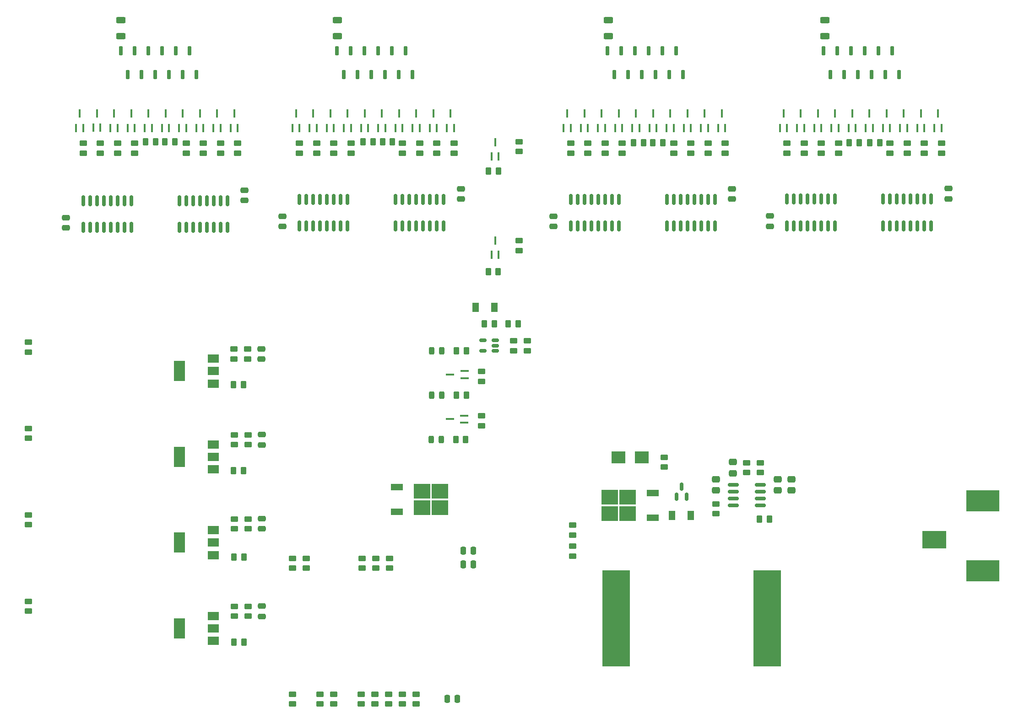
<source format=gbr>
%TF.GenerationSoftware,KiCad,Pcbnew,(6.0.1-0)*%
%TF.CreationDate,2022-02-14T11:55:45-05:00*%
%TF.ProjectId,nixie-tube-clock,6e697869-652d-4747-9562-652d636c6f63,rev?*%
%TF.SameCoordinates,Original*%
%TF.FileFunction,Paste,Bot*%
%TF.FilePolarity,Positive*%
%FSLAX46Y46*%
G04 Gerber Fmt 4.6, Leading zero omitted, Abs format (unit mm)*
G04 Created by KiCad (PCBNEW (6.0.1-0)) date 2022-02-14 11:55:45*
%MOMM*%
%LPD*%
G01*
G04 APERTURE LIST*
G04 Aperture macros list*
%AMRoundRect*
0 Rectangle with rounded corners*
0 $1 Rounding radius*
0 $2 $3 $4 $5 $6 $7 $8 $9 X,Y pos of 4 corners*
0 Add a 4 corners polygon primitive as box body*
4,1,4,$2,$3,$4,$5,$6,$7,$8,$9,$2,$3,0*
0 Add four circle primitives for the rounded corners*
1,1,$1+$1,$2,$3*
1,1,$1+$1,$4,$5*
1,1,$1+$1,$6,$7*
1,1,$1+$1,$8,$9*
0 Add four rect primitives between the rounded corners*
20,1,$1+$1,$2,$3,$4,$5,0*
20,1,$1+$1,$4,$5,$6,$7,0*
20,1,$1+$1,$6,$7,$8,$9,0*
20,1,$1+$1,$8,$9,$2,$3,0*%
G04 Aperture macros list end*
%ADD10RoundRect,0.175000X0.175000X0.675000X-0.175000X0.675000X-0.175000X-0.675000X0.175000X-0.675000X0*%
%ADD11RoundRect,0.175000X-0.175000X-0.675000X0.175000X-0.675000X0.175000X0.675000X-0.175000X0.675000X0*%
%ADD12RoundRect,0.250000X0.450000X-0.262500X0.450000X0.262500X-0.450000X0.262500X-0.450000X-0.262500X0*%
%ADD13RoundRect,0.250000X0.475000X-0.337500X0.475000X0.337500X-0.475000X0.337500X-0.475000X-0.337500X0*%
%ADD14RoundRect,0.250000X-0.450000X0.262500X-0.450000X-0.262500X0.450000X-0.262500X0.450000X0.262500X0*%
%ADD15R,1.300000X1.700000*%
%ADD16R,3.050000X2.750000*%
%ADD17R,2.200000X1.200000*%
%ADD18RoundRect,0.250000X-0.625000X0.312500X-0.625000X-0.312500X0.625000X-0.312500X0.625000X0.312500X0*%
%ADD19RoundRect,0.250000X0.475000X-0.250000X0.475000X0.250000X-0.475000X0.250000X-0.475000X-0.250000X0*%
%ADD20RoundRect,0.250000X0.262500X0.450000X-0.262500X0.450000X-0.262500X-0.450000X0.262500X-0.450000X0*%
%ADD21RoundRect,0.150000X0.150000X-0.825000X0.150000X0.825000X-0.150000X0.825000X-0.150000X-0.825000X0*%
%ADD22R,2.000000X1.500000*%
%ADD23R,2.000000X3.800000*%
%ADD24RoundRect,0.250000X-0.262500X-0.450000X0.262500X-0.450000X0.262500X0.450000X-0.262500X0.450000X0*%
%ADD25R,0.450000X1.500000*%
%ADD26RoundRect,0.250000X0.250000X0.475000X-0.250000X0.475000X-0.250000X-0.475000X0.250000X-0.475000X0*%
%ADD27RoundRect,0.243750X-0.243750X-0.456250X0.243750X-0.456250X0.243750X0.456250X-0.243750X0.456250X0*%
%ADD28RoundRect,0.150000X-0.150000X0.825000X-0.150000X-0.825000X0.150000X-0.825000X0.150000X0.825000X0*%
%ADD29R,5.080000X17.780000*%
%ADD30RoundRect,0.250000X-0.475000X0.337500X-0.475000X-0.337500X0.475000X-0.337500X0.475000X0.337500X0*%
%ADD31R,1.500000X0.450000*%
%ADD32R,2.500000X2.300000*%
%ADD33RoundRect,0.150000X0.150000X-0.587500X0.150000X0.587500X-0.150000X0.587500X-0.150000X-0.587500X0*%
%ADD34RoundRect,0.150000X0.512500X0.150000X-0.512500X0.150000X-0.512500X-0.150000X0.512500X-0.150000X0*%
%ADD35RoundRect,0.150000X-0.825000X-0.150000X0.825000X-0.150000X0.825000X0.150000X-0.825000X0.150000X0*%
%ADD36R,4.400000X3.300000*%
%ADD37R,6.200000X3.900000*%
G04 APERTURE END LIST*
D10*
%TO.C,IN-12A_2*%
X113649989Y-32799994D03*
D11*
X114919989Y-37199994D03*
D10*
X116189989Y-32799994D03*
D11*
X117459989Y-37199994D03*
D10*
X118729989Y-32799994D03*
D11*
X119999989Y-37199994D03*
D10*
X121269989Y-32799994D03*
D11*
X122539989Y-37199994D03*
D10*
X123809989Y-32799994D03*
D11*
X125079989Y-37199994D03*
D10*
X126349989Y-32799994D03*
D11*
X127619989Y-37199994D03*
%TD*%
D10*
%TO.C,IN-12A_3*%
X163650000Y-32800000D03*
D11*
X164920000Y-37200000D03*
D10*
X166190000Y-32800000D03*
D11*
X167460000Y-37200000D03*
D10*
X168730000Y-32800000D03*
D11*
X170000000Y-37200000D03*
D10*
X171270000Y-32800000D03*
D11*
X172540000Y-37200000D03*
D10*
X173810000Y-32800000D03*
D11*
X175080000Y-37200000D03*
D10*
X176350000Y-32800000D03*
D11*
X177620000Y-37200000D03*
%TD*%
D10*
%TO.C,IN-12A_1*%
X73649992Y-32799994D03*
D11*
X74919992Y-37199994D03*
D10*
X76189992Y-32799994D03*
D11*
X77459992Y-37199994D03*
D10*
X78729992Y-32799994D03*
D11*
X79999992Y-37199994D03*
D10*
X81269992Y-32799994D03*
D11*
X82539992Y-37199994D03*
D10*
X83809992Y-32799994D03*
D11*
X85079992Y-37199994D03*
D10*
X86349992Y-32799994D03*
D11*
X87619992Y-37199994D03*
%TD*%
D10*
%TO.C,IN-12A_4*%
X203650012Y-32799994D03*
D11*
X204920012Y-37199994D03*
D10*
X206190012Y-32799994D03*
D11*
X207460012Y-37199994D03*
D10*
X208730012Y-32799994D03*
D11*
X210000012Y-37199994D03*
D10*
X211270012Y-32799994D03*
D11*
X212540012Y-37199994D03*
D10*
X213810012Y-32799994D03*
D11*
X215080012Y-37199994D03*
D10*
X216350012Y-32799994D03*
D11*
X217620012Y-37199994D03*
%TD*%
D12*
%TO.C,R13*%
X125730000Y-153693500D03*
X125730000Y-151868500D03*
%TD*%
D13*
%TO.C,C2*%
X197678000Y-114146000D03*
X197678000Y-112071000D03*
%TD*%
D14*
%TO.C,R24*%
X105410000Y-126722500D03*
X105410000Y-128547500D03*
%TD*%
D15*
%TO.C,D2*%
X175608000Y-118823500D03*
X179108000Y-118823500D03*
%TD*%
D14*
%TO.C,R8*%
X146304000Y-86463500D03*
X146304000Y-88288500D03*
%TD*%
%TO.C,R2*%
X183708000Y-116641000D03*
X183708000Y-118466000D03*
%TD*%
D16*
%TO.C,Q1*%
X167408000Y-115393500D03*
X167408000Y-118443500D03*
X164058000Y-118443500D03*
X164058000Y-115393500D03*
D17*
X172033000Y-114638500D03*
X172033000Y-119198500D03*
%TD*%
D18*
%TO.C,R47*%
X113665000Y-27112500D03*
X113665000Y-30037500D03*
%TD*%
D13*
%TO.C,C3*%
X195138000Y-114146000D03*
X195138000Y-112071000D03*
%TD*%
D19*
%TO.C,C26*%
X99695000Y-137475000D03*
X99695000Y-135575000D03*
%TD*%
D20*
%TO.C,R71*%
X214018500Y-49784000D03*
X212193500Y-49784000D03*
%TD*%
D12*
%TO.C,R63*%
X163195000Y-51712500D03*
X163195000Y-49887500D03*
%TD*%
D19*
%TO.C,C24*%
X99695000Y-105725000D03*
X99695000Y-103825000D03*
%TD*%
D21*
%TO.C,U5*%
X93345000Y-65467000D03*
X92075000Y-65467000D03*
X90805000Y-65467000D03*
X89535000Y-65467000D03*
X88265000Y-65467000D03*
X86995000Y-65467000D03*
X85725000Y-65467000D03*
X84455000Y-65467000D03*
X84455000Y-60517000D03*
X85725000Y-60517000D03*
X86995000Y-60517000D03*
X88265000Y-60517000D03*
X89535000Y-60517000D03*
X90805000Y-60517000D03*
X92075000Y-60517000D03*
X93345000Y-60517000D03*
%TD*%
D12*
%TO.C,R11*%
X148844000Y-88288500D03*
X148844000Y-86463500D03*
%TD*%
D22*
%TO.C,Q50*%
X90780000Y-137400000D03*
D23*
X84480000Y-139700000D03*
D22*
X90780006Y-139700000D03*
X90780000Y-142000000D03*
%TD*%
D12*
%TO.C,R54*%
X106680000Y-51712500D03*
X106680000Y-49887500D03*
%TD*%
%TO.C,R23*%
X105410000Y-153693500D03*
X105410000Y-151868500D03*
%TD*%
D20*
%TO.C,R60*%
X173886500Y-49784000D03*
X172061500Y-49784000D03*
%TD*%
D24*
%TO.C,R92*%
X94591500Y-142240000D03*
X96416500Y-142240000D03*
%TD*%
D20*
%TO.C,R49*%
X123902801Y-49576915D03*
X122077801Y-49576915D03*
%TD*%
D25*
%TO.C,Q26*%
X106695000Y-47050000D03*
X105395000Y-47050000D03*
X106045000Y-44390000D03*
%TD*%
%TO.C,Q17*%
X135270000Y-47050000D03*
X133970000Y-47050000D03*
X134620000Y-44390000D03*
%TD*%
D12*
%TO.C,R62*%
X166370000Y-51712500D03*
X166370000Y-49887500D03*
%TD*%
D25*
%TO.C,Q19*%
X128920000Y-47050000D03*
X127620000Y-47050000D03*
X128270000Y-44390000D03*
%TD*%
D12*
%TO.C,R43*%
X66675000Y-51712500D03*
X66675000Y-49887500D03*
%TD*%
D22*
%TO.C,Q48*%
X90780000Y-105650000D03*
D23*
X84480000Y-107950000D03*
D22*
X90780006Y-107950000D03*
X90780000Y-110250000D03*
%TD*%
D20*
%TO.C,R6*%
X142748000Y-83312000D03*
X140923000Y-83312000D03*
%TD*%
D12*
%TO.C,R19*%
X118237000Y-128547500D03*
X118237000Y-126722500D03*
%TD*%
D25*
%TO.C,Q35*%
X160035000Y-47050000D03*
X158735000Y-47050000D03*
X159385000Y-44390000D03*
%TD*%
D12*
%TO.C,R67*%
X222250000Y-51712500D03*
X222250000Y-49887500D03*
%TD*%
%TO.C,R52*%
X113030000Y-51712500D03*
X113030000Y-49887500D03*
%TD*%
%TO.C,R74*%
X203200000Y-51712500D03*
X203200000Y-49887500D03*
%TD*%
D19*
%TO.C,C20*%
X153670000Y-65278000D03*
X153670000Y-63378000D03*
%TD*%
D12*
%TO.C,R59*%
X175895000Y-51712500D03*
X175895000Y-49887500D03*
%TD*%
D26*
%TO.C,C10*%
X138872000Y-127889000D03*
X136972000Y-127889000D03*
%TD*%
D25*
%TO.C,Q45*%
X200040000Y-47050000D03*
X198740000Y-47050000D03*
X199390000Y-44390000D03*
%TD*%
D27*
%TO.C,D7*%
X131062500Y-104775000D03*
X132937500Y-104775000D03*
%TD*%
D25*
%TO.C,Q36*%
X156860000Y-47050000D03*
X155560000Y-47050000D03*
X156210000Y-44390000D03*
%TD*%
%TO.C,Q11*%
X82565000Y-47050000D03*
X81265000Y-47050000D03*
X81915000Y-44390000D03*
%TD*%
%TO.C,Q25*%
X109870000Y-47050000D03*
X108570000Y-47050000D03*
X109220000Y-44390000D03*
%TD*%
D12*
%TO.C,R7*%
X191963000Y-110846000D03*
X191963000Y-109021000D03*
%TD*%
D25*
%TO.C,Q38*%
X222265000Y-47050000D03*
X220965000Y-47050000D03*
X221615000Y-44390000D03*
%TD*%
D26*
%TO.C,C11*%
X138872000Y-125349000D03*
X136972000Y-125349000D03*
%TD*%
D25*
%TO.C,Q22*%
X119395000Y-47050000D03*
X118095000Y-47050000D03*
X118745000Y-44390000D03*
%TD*%
%TO.C,Q7*%
X95265000Y-47050000D03*
X93965000Y-47050000D03*
X94615000Y-44390000D03*
%TD*%
%TO.C,Q8*%
X92090000Y-47050000D03*
X90790000Y-47050000D03*
X91440000Y-44390000D03*
%TD*%
D14*
%TO.C,R89*%
X94615000Y-135612500D03*
X94615000Y-137437500D03*
%TD*%
D25*
%TO.C,Q46*%
X196865000Y-47050000D03*
X195565000Y-47050000D03*
X196215000Y-44390000D03*
%TD*%
%TO.C,Q16*%
X66690000Y-47050000D03*
X65390000Y-47050000D03*
X66040000Y-44390000D03*
%TD*%
%TO.C,Q3*%
X143525000Y-52330000D03*
X142225000Y-52330000D03*
X142875000Y-49670000D03*
%TD*%
D12*
%TO.C,R25*%
X147320000Y-51412500D03*
X147320000Y-49587500D03*
%TD*%
D28*
%TO.C,U8*%
X106680000Y-60263000D03*
X107950000Y-60263000D03*
X109220000Y-60263000D03*
X110490000Y-60263000D03*
X111760000Y-60263000D03*
X113030000Y-60263000D03*
X114300000Y-60263000D03*
X115570000Y-60263000D03*
X115570000Y-65213000D03*
X114300000Y-65213000D03*
X113030000Y-65213000D03*
X111760000Y-65213000D03*
X110490000Y-65213000D03*
X109220000Y-65213000D03*
X107950000Y-65213000D03*
X106680000Y-65213000D03*
%TD*%
D12*
%TO.C,R41*%
X73025000Y-51712500D03*
X73025000Y-49887500D03*
%TD*%
D19*
%TO.C,C18*%
X103505000Y-65278000D03*
X103505000Y-63378000D03*
%TD*%
D12*
%TO.C,R56*%
X182245000Y-51712500D03*
X182245000Y-49887500D03*
%TD*%
D14*
%TO.C,R82*%
X97155000Y-103862500D03*
X97155000Y-105687500D03*
%TD*%
D18*
%TO.C,R58*%
X163830000Y-27112500D03*
X163830000Y-30037500D03*
%TD*%
D15*
%TO.C,D3*%
X142748000Y-80264000D03*
X139248000Y-80264000D03*
%TD*%
D19*
%TO.C,C15*%
X96520000Y-60452000D03*
X96520000Y-58552000D03*
%TD*%
D12*
%TO.C,R37*%
X85725000Y-51712500D03*
X85725000Y-49887500D03*
%TD*%
D25*
%TO.C,Q12*%
X79390000Y-47050000D03*
X78090000Y-47050000D03*
X78740000Y-44390000D03*
%TD*%
%TO.C,Q37*%
X225440000Y-47050000D03*
X224140000Y-47050000D03*
X224790000Y-44390000D03*
%TD*%
%TO.C,Q43*%
X206390000Y-47050000D03*
X205090000Y-47050000D03*
X205740000Y-44390000D03*
%TD*%
D19*
%TO.C,C17*%
X136525000Y-60198000D03*
X136525000Y-58298000D03*
%TD*%
D12*
%TO.C,R18*%
X118110000Y-153693500D03*
X118110000Y-151868500D03*
%TD*%
D20*
%TO.C,R50*%
X120289627Y-49650000D03*
X118464627Y-49650000D03*
%TD*%
D12*
%TO.C,R83*%
X56515000Y-104521000D03*
X56515000Y-102696000D03*
%TD*%
D22*
%TO.C,Q49*%
X90780000Y-121525000D03*
D23*
X84480000Y-123825000D03*
D22*
X90780006Y-123825000D03*
X90780000Y-126125000D03*
%TD*%
D25*
%TO.C,Q27*%
X185435000Y-47050000D03*
X184135000Y-47050000D03*
X184785000Y-44390000D03*
%TD*%
D12*
%TO.C,R51*%
X116205000Y-51712500D03*
X116205000Y-49887500D03*
%TD*%
D29*
%TO.C,L1*%
X193233000Y-137873500D03*
X165293000Y-137873500D03*
%TD*%
D21*
%TO.C,U9*%
X183515000Y-65213000D03*
X182245000Y-65213000D03*
X180975000Y-65213000D03*
X179705000Y-65213000D03*
X178435000Y-65213000D03*
X177165000Y-65213000D03*
X175895000Y-65213000D03*
X174625000Y-65213000D03*
X174625000Y-60263000D03*
X175895000Y-60263000D03*
X177165000Y-60263000D03*
X178435000Y-60263000D03*
X179705000Y-60263000D03*
X180975000Y-60263000D03*
X182245000Y-60263000D03*
X183515000Y-60263000D03*
%TD*%
D12*
%TO.C,R46*%
X128905000Y-51712500D03*
X128905000Y-49887500D03*
%TD*%
D14*
%TO.C,R90*%
X97155000Y-135612500D03*
X97155000Y-137437500D03*
%TD*%
D13*
%TO.C,C4*%
X183708000Y-114146000D03*
X183708000Y-112071000D03*
%TD*%
D19*
%TO.C,C23*%
X99670000Y-89850000D03*
X99670000Y-87950000D03*
%TD*%
D25*
%TO.C,Q24*%
X113045000Y-47050000D03*
X111745000Y-47050000D03*
X112395000Y-44390000D03*
%TD*%
D12*
%TO.C,R55*%
X185420000Y-51712500D03*
X185420000Y-49887500D03*
%TD*%
D25*
%TO.C,Q42*%
X209565000Y-47050000D03*
X208265000Y-47050000D03*
X208915000Y-44390000D03*
%TD*%
D12*
%TO.C,R68*%
X219075000Y-51712500D03*
X219075000Y-49887500D03*
%TD*%
D25*
%TO.C,Q14*%
X73040000Y-47050000D03*
X71740000Y-47050000D03*
X72390000Y-44390000D03*
%TD*%
D12*
%TO.C,R76*%
X196850000Y-51712500D03*
X196850000Y-49887500D03*
%TD*%
%TO.C,R75*%
X200025000Y-51712500D03*
X200025000Y-49887500D03*
%TD*%
%TO.C,R44*%
X135255000Y-51712500D03*
X135255000Y-49887500D03*
%TD*%
D30*
%TO.C,C9*%
X186883000Y-108896000D03*
X186883000Y-110971000D03*
%TD*%
D25*
%TO.C,Q10*%
X85740000Y-47050000D03*
X84440000Y-47050000D03*
X85090000Y-44390000D03*
%TD*%
%TO.C,Q44*%
X203215000Y-47050000D03*
X201915000Y-47050000D03*
X202565000Y-44390000D03*
%TD*%
D12*
%TO.C,R20*%
X113030000Y-153693500D03*
X113030000Y-151868500D03*
%TD*%
%TO.C,R66*%
X225425000Y-51712500D03*
X225425000Y-49887500D03*
%TD*%
D31*
%TO.C,Q5*%
X137160000Y-100315000D03*
X137160000Y-101615000D03*
X134500000Y-100965000D03*
%TD*%
D12*
%TO.C,R48*%
X125730000Y-51712500D03*
X125730000Y-49887500D03*
%TD*%
%TO.C,R35*%
X88900000Y-51712500D03*
X88900000Y-49887500D03*
%TD*%
D25*
%TO.C,Q15*%
X69865000Y-46990000D03*
X68565000Y-46990000D03*
X69215000Y-44330000D03*
%TD*%
%TO.C,Q18*%
X132095000Y-47050000D03*
X130795000Y-47050000D03*
X131445000Y-44390000D03*
%TD*%
D19*
%TO.C,C25*%
X99695000Y-121280000D03*
X99695000Y-119380000D03*
%TD*%
D14*
%TO.C,R5*%
X189423000Y-109021000D03*
X189423000Y-110846000D03*
%TD*%
D20*
%TO.C,R10*%
X137564500Y-88288500D03*
X135739500Y-88288500D03*
%TD*%
D12*
%TO.C,R87*%
X56515000Y-120523000D03*
X56515000Y-118698000D03*
%TD*%
D25*
%TO.C,Q9*%
X88915000Y-47050000D03*
X87615000Y-47050000D03*
X88265000Y-44390000D03*
%TD*%
D12*
%TO.C,R16*%
X120650000Y-153693500D03*
X120650000Y-151868500D03*
%TD*%
D14*
%TO.C,R86*%
X97155000Y-119460000D03*
X97155000Y-121285000D03*
%TD*%
%TO.C,TH1*%
X157226000Y-124460000D03*
X157226000Y-126285000D03*
%TD*%
D12*
%TO.C,R73*%
X206375000Y-51712500D03*
X206375000Y-49887500D03*
%TD*%
D25*
%TO.C,Q41*%
X212740000Y-47050000D03*
X211440000Y-47050000D03*
X212090000Y-44390000D03*
%TD*%
D14*
%TO.C,R77*%
X94590000Y-87987500D03*
X94590000Y-89812500D03*
%TD*%
%TO.C,R9*%
X157226000Y-120570000D03*
X157226000Y-122395000D03*
%TD*%
%TO.C,R3*%
X174183000Y-108028500D03*
X174183000Y-109853500D03*
%TD*%
D28*
%TO.C,U10*%
X156845000Y-60263000D03*
X158115000Y-60263000D03*
X159385000Y-60263000D03*
X160655000Y-60263000D03*
X161925000Y-60263000D03*
X163195000Y-60263000D03*
X164465000Y-60263000D03*
X165735000Y-60263000D03*
X165735000Y-65213000D03*
X164465000Y-65213000D03*
X163195000Y-65213000D03*
X161925000Y-65213000D03*
X160655000Y-65213000D03*
X159385000Y-65213000D03*
X158115000Y-65213000D03*
X156845000Y-65213000D03*
%TD*%
D21*
%TO.C,U7*%
X133350000Y-65213000D03*
X132080000Y-65213000D03*
X130810000Y-65213000D03*
X129540000Y-65213000D03*
X128270000Y-65213000D03*
X127000000Y-65213000D03*
X125730000Y-65213000D03*
X124460000Y-65213000D03*
X124460000Y-60263000D03*
X125730000Y-60263000D03*
X127000000Y-60263000D03*
X128270000Y-60263000D03*
X129540000Y-60263000D03*
X130810000Y-60263000D03*
X132080000Y-60263000D03*
X133350000Y-60263000D03*
%TD*%
D32*
%TO.C,D1*%
X169983000Y-108028500D03*
X165683000Y-108028500D03*
%TD*%
D18*
%TO.C,R36*%
X73660000Y-27112500D03*
X73660000Y-30037500D03*
%TD*%
D25*
%TO.C,Q29*%
X179085000Y-47050000D03*
X177785000Y-47050000D03*
X178435000Y-44390000D03*
%TD*%
D33*
%TO.C,Q2*%
X178308000Y-115316000D03*
X176408000Y-115316000D03*
X177358000Y-113441000D03*
%TD*%
D24*
%TO.C,R30*%
X141605000Y-73660000D03*
X143430000Y-73660000D03*
%TD*%
D25*
%TO.C,Q13*%
X76215000Y-47050000D03*
X74915000Y-47050000D03*
X75565000Y-44390000D03*
%TD*%
D12*
%TO.C,R12*%
X128270000Y-153693500D03*
X128270000Y-151868500D03*
%TD*%
%TO.C,R40*%
X76200000Y-51712500D03*
X76200000Y-49887500D03*
%TD*%
D25*
%TO.C,Q23*%
X116220000Y-47050000D03*
X114920000Y-47050000D03*
X115570000Y-44390000D03*
%TD*%
%TO.C,Q30*%
X175910000Y-47050000D03*
X174610000Y-47050000D03*
X175260000Y-44390000D03*
%TD*%
D31*
%TO.C,Q6*%
X137220000Y-92060000D03*
X137220000Y-93360000D03*
X134560000Y-92710000D03*
%TD*%
D12*
%TO.C,R34*%
X92075000Y-51712500D03*
X92075000Y-49887500D03*
%TD*%
%TO.C,R31*%
X140335000Y-102155000D03*
X140335000Y-100330000D03*
%TD*%
%TO.C,R17*%
X120777000Y-128547500D03*
X120777000Y-126722500D03*
%TD*%
D21*
%TO.C,U11*%
X223520000Y-65188578D03*
X222250000Y-65188578D03*
X220980000Y-65188578D03*
X219710000Y-65188578D03*
X218440000Y-65188578D03*
X217170000Y-65188578D03*
X215900000Y-65188578D03*
X214630000Y-65188578D03*
X214630000Y-60238578D03*
X215900000Y-60238578D03*
X217170000Y-60238578D03*
X218440000Y-60238578D03*
X219710000Y-60238578D03*
X220980000Y-60238578D03*
X222250000Y-60238578D03*
X223520000Y-60238578D03*
%TD*%
D24*
%TO.C,R84*%
X94488000Y-110490000D03*
X96313000Y-110490000D03*
%TD*%
D12*
%TO.C,R91*%
X56515000Y-136525000D03*
X56515000Y-134700000D03*
%TD*%
D20*
%TO.C,R4*%
X147113000Y-83312000D03*
X145288000Y-83312000D03*
%TD*%
D12*
%TO.C,R26*%
X147320000Y-69770000D03*
X147320000Y-67945000D03*
%TD*%
D25*
%TO.C,Q31*%
X172735000Y-47050000D03*
X171435000Y-47050000D03*
X172085000Y-44390000D03*
%TD*%
%TO.C,Q4*%
X143525000Y-70545000D03*
X142225000Y-70545000D03*
X142875000Y-67885000D03*
%TD*%
%TO.C,Q34*%
X163210000Y-47050000D03*
X161910000Y-47050000D03*
X162560000Y-44390000D03*
%TD*%
D19*
%TO.C,C16*%
X63500000Y-65532000D03*
X63500000Y-63632000D03*
%TD*%
D34*
%TO.C,U2*%
X142887500Y-86388500D03*
X142887500Y-87338500D03*
X142887500Y-88288500D03*
X140612500Y-88288500D03*
X140612500Y-86388500D03*
%TD*%
D12*
%TO.C,R32*%
X140335000Y-93980000D03*
X140335000Y-92155000D03*
%TD*%
D35*
%TO.C,U1*%
X186948000Y-116918500D03*
X186948000Y-115648500D03*
X186948000Y-114378500D03*
X186948000Y-113108500D03*
X191898000Y-113108500D03*
X191898000Y-114378500D03*
X191898000Y-115648500D03*
X191898000Y-116918500D03*
%TD*%
D12*
%TO.C,R65*%
X156845000Y-51712500D03*
X156845000Y-49887500D03*
%TD*%
D25*
%TO.C,Q39*%
X219090000Y-47050000D03*
X217790000Y-47050000D03*
X218440000Y-44390000D03*
%TD*%
D12*
%TO.C,R57*%
X179070000Y-51712500D03*
X179070000Y-49887500D03*
%TD*%
D19*
%TO.C,C21*%
X226695000Y-60173578D03*
X226695000Y-58273578D03*
%TD*%
D24*
%TO.C,R80*%
X94488000Y-94615000D03*
X96313000Y-94615000D03*
%TD*%
%TO.C,R1*%
X191770000Y-119458500D03*
X193595000Y-119458500D03*
%TD*%
D16*
%TO.C,U4*%
X129330000Y-114299000D03*
X132680000Y-117349000D03*
X129330000Y-117349000D03*
X132680000Y-114299000D03*
D17*
X124705000Y-118104000D03*
X124705000Y-113544000D03*
%TD*%
D36*
%TO.C,J1*%
X224070000Y-123255000D03*
D37*
X233070000Y-116105000D03*
X233070000Y-129005000D03*
%TD*%
D12*
%TO.C,R70*%
X215900000Y-51712500D03*
X215900000Y-49887500D03*
%TD*%
D20*
%TO.C,R27*%
X137437500Y-104775000D03*
X135612500Y-104775000D03*
%TD*%
D26*
%TO.C,C12*%
X135890000Y-152781000D03*
X133990000Y-152781000D03*
%TD*%
D27*
%TO.C,D4*%
X131142500Y-88288500D03*
X133017500Y-88288500D03*
%TD*%
D20*
%TO.C,R72*%
X210208500Y-49784000D03*
X208383500Y-49784000D03*
%TD*%
D25*
%TO.C,Q28*%
X182260000Y-47050000D03*
X180960000Y-47050000D03*
X181610000Y-44390000D03*
%TD*%
D24*
%TO.C,R88*%
X94591500Y-126492000D03*
X96416500Y-126492000D03*
%TD*%
D12*
%TO.C,R64*%
X160020000Y-51712500D03*
X160020000Y-49887500D03*
%TD*%
D28*
%TO.C,U12*%
X196850000Y-60238578D03*
X198120000Y-60238578D03*
X199390000Y-60238578D03*
X200660000Y-60238578D03*
X201930000Y-60238578D03*
X203200000Y-60238578D03*
X204470000Y-60238578D03*
X205740000Y-60238578D03*
X205740000Y-65188578D03*
X204470000Y-65188578D03*
X203200000Y-65188578D03*
X201930000Y-65188578D03*
X200660000Y-65188578D03*
X199390000Y-65188578D03*
X198120000Y-65188578D03*
X196850000Y-65188578D03*
%TD*%
D20*
%TO.C,R61*%
X170330500Y-49784000D03*
X168505500Y-49784000D03*
%TD*%
D19*
%TO.C,C19*%
X186690000Y-60198000D03*
X186690000Y-58298000D03*
%TD*%
D20*
%TO.C,R38*%
X83625814Y-49616718D03*
X81800814Y-49616718D03*
%TD*%
D12*
%TO.C,R79*%
X56515000Y-88542500D03*
X56515000Y-86717500D03*
%TD*%
D25*
%TO.C,Q21*%
X122570000Y-47050000D03*
X121270000Y-47050000D03*
X121920000Y-44390000D03*
%TD*%
D28*
%TO.C,U6*%
X66675000Y-60517000D03*
X67945000Y-60517000D03*
X69215000Y-60517000D03*
X70485000Y-60517000D03*
X71755000Y-60517000D03*
X73025000Y-60517000D03*
X74295000Y-60517000D03*
X75565000Y-60517000D03*
X75565000Y-65467000D03*
X74295000Y-65467000D03*
X73025000Y-65467000D03*
X71755000Y-65467000D03*
X70485000Y-65467000D03*
X69215000Y-65467000D03*
X67945000Y-65467000D03*
X66675000Y-65467000D03*
%TD*%
D14*
%TO.C,R22*%
X107950000Y-126722500D03*
X107950000Y-128547500D03*
%TD*%
D25*
%TO.C,Q40*%
X215915000Y-47050000D03*
X214615000Y-47050000D03*
X215265000Y-44390000D03*
%TD*%
D12*
%TO.C,R21*%
X110490000Y-153693500D03*
X110490000Y-151868500D03*
%TD*%
%TO.C,R15*%
X123317000Y-128547500D03*
X123317000Y-126722500D03*
%TD*%
%TO.C,R42*%
X69850000Y-51712500D03*
X69850000Y-49887500D03*
%TD*%
%TO.C,R14*%
X123190000Y-153693500D03*
X123190000Y-151868500D03*
%TD*%
%TO.C,R53*%
X109855000Y-51712500D03*
X109855000Y-49887500D03*
%TD*%
D18*
%TO.C,R69*%
X203835000Y-27112500D03*
X203835000Y-30037500D03*
%TD*%
D14*
%TO.C,R85*%
X94615000Y-119460000D03*
X94615000Y-121285000D03*
%TD*%
D20*
%TO.C,R39*%
X80062976Y-49652828D03*
X78237976Y-49652828D03*
%TD*%
D25*
%TO.C,Q32*%
X169560000Y-47050000D03*
X168260000Y-47050000D03*
X168910000Y-44390000D03*
%TD*%
D27*
%TO.C,D8*%
X131142500Y-96520000D03*
X133017500Y-96520000D03*
%TD*%
D19*
%TO.C,C22*%
X193675000Y-65253578D03*
X193675000Y-63353578D03*
%TD*%
D20*
%TO.C,R28*%
X137564500Y-96520000D03*
X135739500Y-96520000D03*
%TD*%
D25*
%TO.C,Q33*%
X166385000Y-47050000D03*
X165085000Y-47050000D03*
X165735000Y-44390000D03*
%TD*%
D12*
%TO.C,R33*%
X95250000Y-51712500D03*
X95250000Y-49887500D03*
%TD*%
D14*
%TO.C,R81*%
X94615000Y-103862500D03*
X94615000Y-105687500D03*
%TD*%
D25*
%TO.C,Q20*%
X125745000Y-47050000D03*
X124445000Y-47050000D03*
X125095000Y-44390000D03*
%TD*%
D22*
%TO.C,Q47*%
X90780000Y-89775000D03*
D23*
X84480000Y-92075000D03*
D22*
X90780006Y-92075000D03*
X90780000Y-94375000D03*
%TD*%
D24*
%TO.C,R29*%
X141685000Y-55000000D03*
X143510000Y-55000000D03*
%TD*%
D14*
%TO.C,R78*%
X97130000Y-87987500D03*
X97130000Y-89812500D03*
%TD*%
D12*
%TO.C,R45*%
X132080000Y-51712500D03*
X132080000Y-49887500D03*
%TD*%
M02*

</source>
